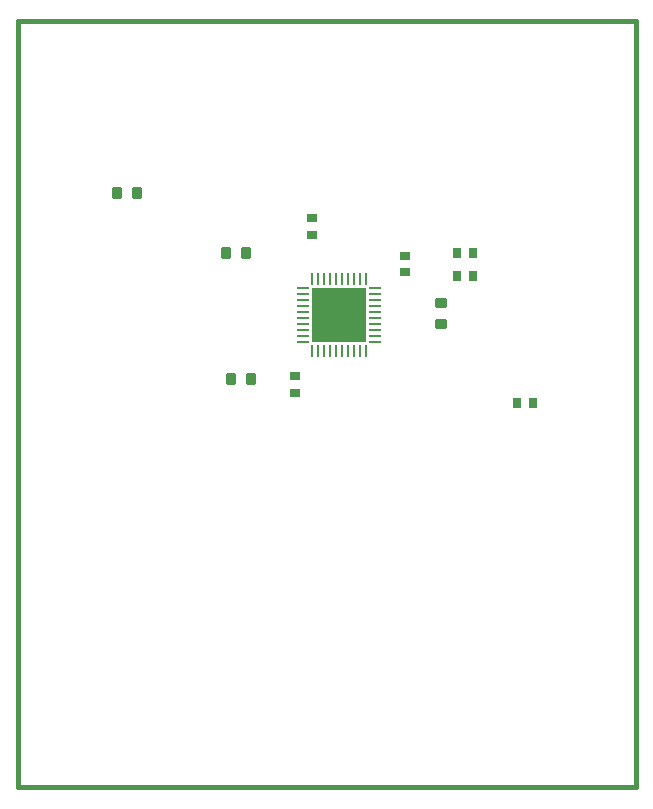
<source format=gtp>
G04 Layer_Color=8421504*
%FSLAX25Y25*%
%MOIN*%
G70*
G01*
G75*
G04:AMPARAMS|DCode=10|XSize=39.37mil|YSize=35.43mil|CornerRadius=4.43mil|HoleSize=0mil|Usage=FLASHONLY|Rotation=270.000|XOffset=0mil|YOffset=0mil|HoleType=Round|Shape=RoundedRectangle|*
%AMROUNDEDRECTD10*
21,1,0.03937,0.02658,0,0,270.0*
21,1,0.03051,0.03543,0,0,270.0*
1,1,0.00886,-0.01329,-0.01526*
1,1,0.00886,-0.01329,0.01526*
1,1,0.00886,0.01329,0.01526*
1,1,0.00886,0.01329,-0.01526*
%
%ADD10ROUNDEDRECTD10*%
%ADD11R,0.18189X0.18189*%
%ADD12O,0.00984X0.04331*%
%ADD13O,0.04331X0.00984*%
%ADD14R,0.02953X0.03740*%
%ADD15R,0.03740X0.02953*%
G04:AMPARAMS|DCode=16|XSize=39.37mil|YSize=35.43mil|CornerRadius=4.43mil|HoleSize=0mil|Usage=FLASHONLY|Rotation=180.000|XOffset=0mil|YOffset=0mil|HoleType=Round|Shape=RoundedRectangle|*
%AMROUNDEDRECTD16*
21,1,0.03937,0.02658,0,0,180.0*
21,1,0.03051,0.03543,0,0,180.0*
1,1,0.00886,-0.01526,0.01329*
1,1,0.00886,0.01526,0.01329*
1,1,0.00886,0.01526,-0.01329*
1,1,0.00886,-0.01526,-0.01329*
%
%ADD16ROUNDEDRECTD16*%
%ADD21C,0.01500*%
D10*
X177847Y236000D02*
D03*
X171153D02*
D03*
X176000Y278000D02*
D03*
X169307D02*
D03*
X133153Y298000D02*
D03*
X139847D02*
D03*
D11*
X207047Y257508D02*
D03*
D12*
X198189Y269516D02*
D03*
X200157D02*
D03*
X202126D02*
D03*
X204095D02*
D03*
X206063D02*
D03*
X208032D02*
D03*
X210000D02*
D03*
X211968D02*
D03*
X213937D02*
D03*
X215905D02*
D03*
Y245500D02*
D03*
X213937D02*
D03*
X211968D02*
D03*
X210000D02*
D03*
X208032D02*
D03*
X206063D02*
D03*
X204095D02*
D03*
X202126D02*
D03*
X200157D02*
D03*
X198189D02*
D03*
D13*
X219055Y266366D02*
D03*
Y264398D02*
D03*
Y262429D02*
D03*
Y260461D02*
D03*
Y258492D02*
D03*
Y256524D02*
D03*
Y254555D02*
D03*
Y252587D02*
D03*
Y250618D02*
D03*
Y248650D02*
D03*
X195039D02*
D03*
Y250618D02*
D03*
Y252587D02*
D03*
Y254555D02*
D03*
Y256524D02*
D03*
Y258492D02*
D03*
Y260461D02*
D03*
Y262429D02*
D03*
Y264398D02*
D03*
Y266366D02*
D03*
D14*
X251756Y270500D02*
D03*
X246244D02*
D03*
X251756Y278000D02*
D03*
X246244D02*
D03*
X271756Y228000D02*
D03*
X266244D02*
D03*
D15*
X229000Y277256D02*
D03*
Y271744D02*
D03*
X198000Y289756D02*
D03*
Y284244D02*
D03*
X192228Y231591D02*
D03*
Y237102D02*
D03*
D16*
X241000Y261347D02*
D03*
Y254654D02*
D03*
D21*
X100000Y355500D02*
X102500D01*
X100000Y100000D02*
Y355500D01*
X102500D02*
X112500D01*
X161500D01*
X306000D01*
Y100000D02*
Y355500D01*
X100000Y100000D02*
X306000D01*
M02*

</source>
